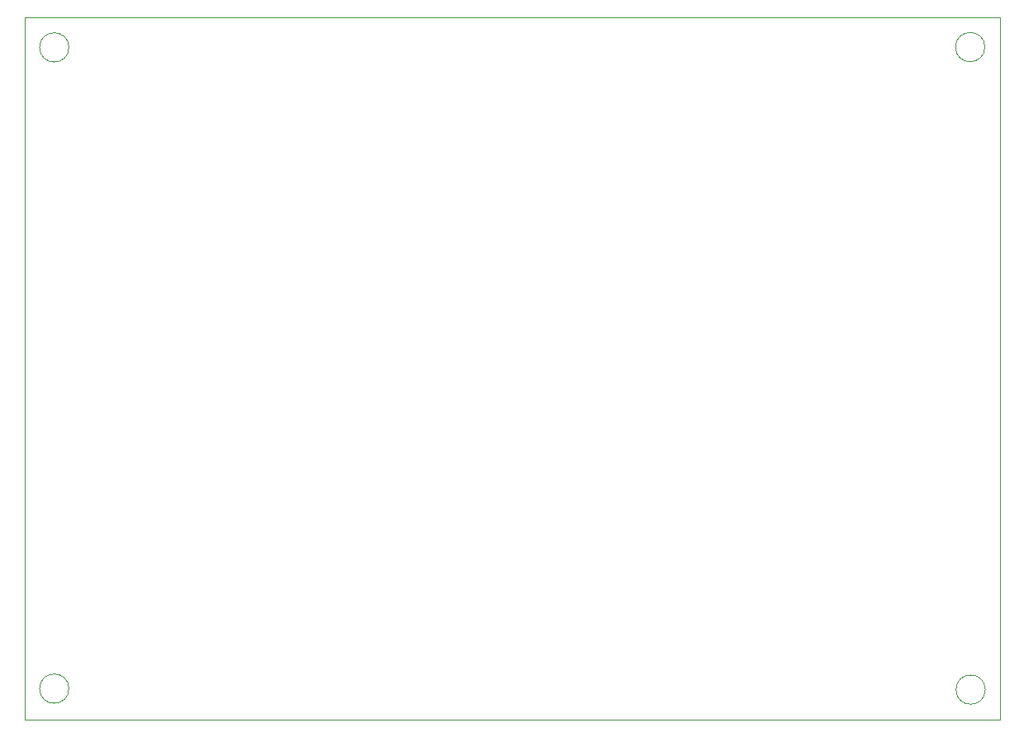
<source format=gbr>
%TF.GenerationSoftware,KiCad,Pcbnew,8.0.3*%
%TF.CreationDate,2025-02-24T14:24:07+05:30*%
%TF.ProjectId,messenger_Project,6d657373-656e-4676-9572-5f50726f6a65,rev?*%
%TF.SameCoordinates,Original*%
%TF.FileFunction,Profile,NP*%
%FSLAX46Y46*%
G04 Gerber Fmt 4.6, Leading zero omitted, Abs format (unit mm)*
G04 Created by KiCad (PCBNEW 8.0.3) date 2025-02-24 14:24:07*
%MOMM*%
%LPD*%
G01*
G04 APERTURE LIST*
%TA.AperFunction,Profile*%
%ADD10C,0.050000*%
%TD*%
%TA.AperFunction,Profile*%
%ADD11C,0.025000*%
%TD*%
G04 APERTURE END LIST*
D10*
X97486600Y-124358400D02*
G75*
G02*
X94486600Y-124358400I-1500000J0D01*
G01*
X94486600Y-124358400D02*
G75*
G02*
X97486600Y-124358400I1500000J0D01*
G01*
X191391995Y-58547000D02*
G75*
G02*
X188391995Y-58547000I-1500000J0D01*
G01*
X188391995Y-58547000D02*
G75*
G02*
X191391995Y-58547000I1500000J0D01*
G01*
X191441200Y-124460000D02*
G75*
G02*
X188441200Y-124460000I-1500000J0D01*
G01*
X188441200Y-124460000D02*
G75*
G02*
X191441200Y-124460000I1500000J0D01*
G01*
X97486600Y-58572400D02*
G75*
G02*
X94486600Y-58572400I-1500000J0D01*
G01*
X94486600Y-58572400D02*
G75*
G02*
X97486600Y-58572400I1500000J0D01*
G01*
D11*
X92938400Y-55508000D02*
X192938400Y-55508000D01*
X192938400Y-127508000D01*
X92938400Y-127508000D01*
X92938400Y-55508000D01*
M02*

</source>
